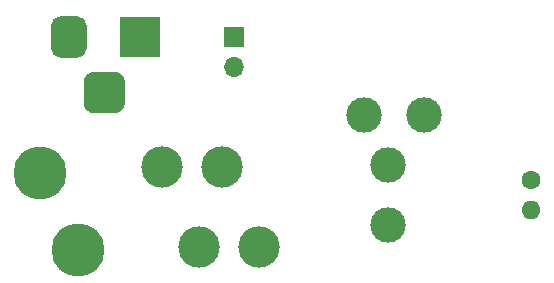
<source format=gbr>
%TF.GenerationSoftware,KiCad,Pcbnew,5.1.8-db9833491~87~ubuntu20.04.1*%
%TF.CreationDate,2020-11-29T22:55:04+09:00*%
%TF.ProjectId,Faston_and_Sun_LED-PCB,46617374-6f6e-45f6-916e-645f53756e5f,V1.0.1*%
%TF.SameCoordinates,Original*%
%TF.FileFunction,Copper,L2,Bot*%
%TF.FilePolarity,Positive*%
%FSLAX46Y46*%
G04 Gerber Fmt 4.6, Leading zero omitted, Abs format (unit mm)*
G04 Created by KiCad (PCBNEW 5.1.8-db9833491~87~ubuntu20.04.1) date 2020-11-29 22:55:04*
%MOMM*%
%LPD*%
G01*
G04 APERTURE LIST*
%TA.AperFunction,ComponentPad*%
%ADD10C,3.000000*%
%TD*%
%TA.AperFunction,ComponentPad*%
%ADD11C,4.500000*%
%TD*%
%TA.AperFunction,ComponentPad*%
%ADD12C,3.500000*%
%TD*%
%TA.AperFunction,ComponentPad*%
%ADD13O,1.600000X1.600000*%
%TD*%
%TA.AperFunction,ComponentPad*%
%ADD14C,1.600000*%
%TD*%
%TA.AperFunction,ComponentPad*%
%ADD15O,1.700000X1.700000*%
%TD*%
%TA.AperFunction,ComponentPad*%
%ADD16R,1.700000X1.700000*%
%TD*%
%TA.AperFunction,ComponentPad*%
%ADD17R,3.500000X3.500000*%
%TD*%
G04 APERTURE END LIST*
D10*
%TO.P,J4,2*%
%TO.N,GND*%
X148500000Y-96365000D03*
%TO.P,J4,1*%
X148500000Y-101445000D03*
%TD*%
%TO.P,J3,2*%
%TO.N,VCC*%
X151540000Y-92075000D03*
%TO.P,J3,1*%
X146460000Y-92075000D03*
%TD*%
D11*
%TO.P,J6,1*%
%TO.N,Net-(J1-Pad2)*%
X122200000Y-103500000D03*
%TD*%
%TO.P,J5,1*%
%TO.N,Net-(J1-Pad1)*%
X119000000Y-97000000D03*
%TD*%
D12*
%TO.P,J8,1*%
%TO.N,Net-(J1-Pad2)*%
X137540000Y-103275000D03*
X132460000Y-103275000D03*
%TD*%
%TO.P,J7,1*%
%TO.N,Net-(J1-Pad1)*%
X134400000Y-96520000D03*
X129320000Y-96520000D03*
%TD*%
D13*
%TO.P,R1,2*%
%TO.N,GND*%
X160615000Y-100140000D03*
D14*
%TO.P,R1,1*%
%TO.N,Net-(R1-Pad1)*%
X160615000Y-97600000D03*
%TD*%
D15*
%TO.P,J2,2*%
%TO.N,Net-(J1-Pad2)*%
X135430000Y-88035000D03*
D16*
%TO.P,J2,1*%
%TO.N,Net-(J1-Pad1)*%
X135430000Y-85495000D03*
%TD*%
%TO.P,J1,3*%
%TO.N,Net-(J1-Pad2)*%
%TA.AperFunction,ComponentPad*%
G36*
G01*
X122710000Y-91070000D02*
X122710000Y-89320000D01*
G75*
G02*
X123585000Y-88445000I875000J0D01*
G01*
X125335000Y-88445000D01*
G75*
G02*
X126210000Y-89320000I0J-875000D01*
G01*
X126210000Y-91070000D01*
G75*
G02*
X125335000Y-91945000I-875000J0D01*
G01*
X123585000Y-91945000D01*
G75*
G02*
X122710000Y-91070000I0J875000D01*
G01*
G37*
%TD.AperFunction*%
%TO.P,J1,2*%
%TA.AperFunction,ComponentPad*%
G36*
G01*
X119960000Y-86495000D02*
X119960000Y-84495000D01*
G75*
G02*
X120710000Y-83745000I750000J0D01*
G01*
X122210000Y-83745000D01*
G75*
G02*
X122960000Y-84495000I0J-750000D01*
G01*
X122960000Y-86495000D01*
G75*
G02*
X122210000Y-87245000I-750000J0D01*
G01*
X120710000Y-87245000D01*
G75*
G02*
X119960000Y-86495000I0J750000D01*
G01*
G37*
%TD.AperFunction*%
D17*
%TO.P,J1,1*%
%TO.N,Net-(J1-Pad1)*%
X127460000Y-85495000D03*
%TD*%
M02*

</source>
